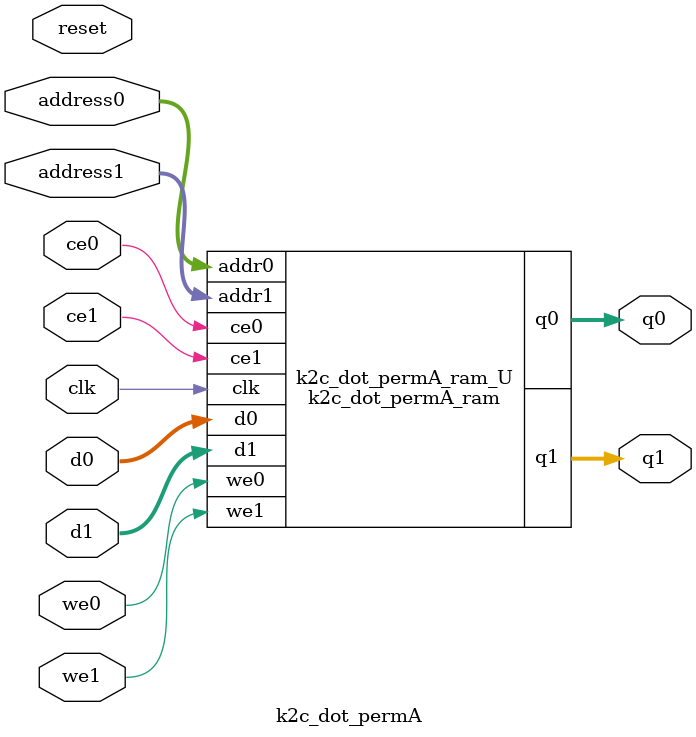
<source format=v>

`timescale 1 ns / 1 ps
module k2c_dot_permA_ram (addr0, ce0, d0, we0, q0, addr1, ce1, d1, we1, q1,  clk);

parameter DWIDTH = 64;
parameter AWIDTH = 3;
parameter MEM_SIZE = 5;

input[AWIDTH-1:0] addr0;
input ce0;
input[DWIDTH-1:0] d0;
input we0;
output reg[DWIDTH-1:0] q0;
input[AWIDTH-1:0] addr1;
input ce1;
input[DWIDTH-1:0] d1;
input we1;
output reg[DWIDTH-1:0] q1;
input clk;

(* ram_style = "block" *)reg [DWIDTH-1:0] ram[0:MEM_SIZE-1];




always @(posedge clk)  
begin 
    if (ce0) 
    begin
        if (we0) 
        begin 
            ram[addr0] <= d0; 
            q0 <= d0;
        end 
        else 
            q0 <= ram[addr0];
    end
end


always @(posedge clk)  
begin 
    if (ce1) 
    begin
        if (we1) 
        begin 
            ram[addr1] <= d1; 
            q1 <= d1;
        end 
        else 
            q1 <= ram[addr1];
    end
end


endmodule


`timescale 1 ns / 1 ps
module k2c_dot_permA(
    reset,
    clk,
    address0,
    ce0,
    we0,
    d0,
    q0,
    address1,
    ce1,
    we1,
    d1,
    q1);

parameter DataWidth = 32'd64;
parameter AddressRange = 32'd5;
parameter AddressWidth = 32'd3;
input reset;
input clk;
input[AddressWidth - 1:0] address0;
input ce0;
input we0;
input[DataWidth - 1:0] d0;
output[DataWidth - 1:0] q0;
input[AddressWidth - 1:0] address1;
input ce1;
input we1;
input[DataWidth - 1:0] d1;
output[DataWidth - 1:0] q1;



k2c_dot_permA_ram k2c_dot_permA_ram_U(
    .clk( clk ),
    .addr0( address0 ),
    .ce0( ce0 ),
    .we0( we0 ),
    .d0( d0 ),
    .q0( q0 ),
    .addr1( address1 ),
    .ce1( ce1 ),
    .we1( we1 ),
    .d1( d1 ),
    .q1( q1 ));

endmodule


</source>
